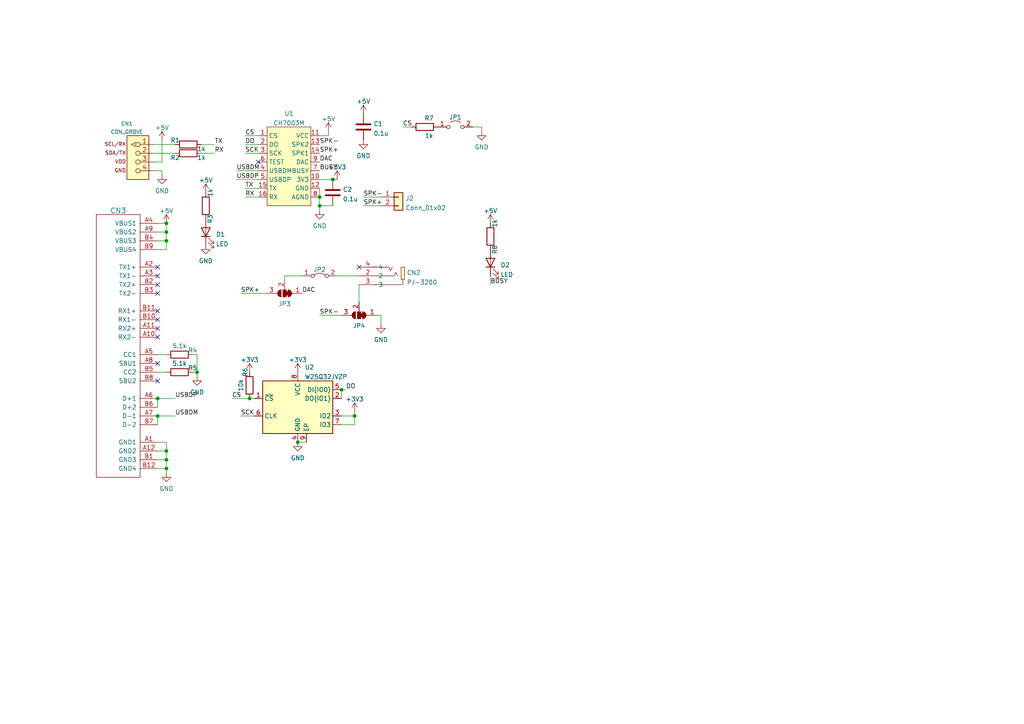
<source format=kicad_sch>
(kicad_sch (version 20211123) (generator eeschema)
  (paper "A4")
  (lib_symbols
    (symbol "Connector_Generic:Conn_01x02" (pin_names (offset 1.016) hide)
      (property "Reference" "J" (at 0 2.54 0))
      (property "Value" "Conn_01x02" (at 0 -5.08 0))
      (symbol "Conn_01x02_1_1"
        (rectangle (start -1.27 -2.413) (end 0 -2.667) (stroke (width 0.1524)))
        (rectangle (start -1.27 0.127) (end 0 -0.127) (stroke (width 0.1524)))
        (rectangle (start -1.27 1.27) (end 1.27 -3.81) (stroke (width 0.254)) (fill (type background)))
        (pin passive line (at -5.08 0 0) (length 3.81) (name "Pin_1") (number "1"))
        (pin passive line (at -5.08 -2.54 0) (length 3.81) (name "Pin_2") (number "2"))
      )
    )
    (symbol "Device:C" (pin_numbers hide) (pin_names (offset 0.254))
      (property "Reference" "C" (at 0.635 2.54 0))
      (property "Value" "C" (at 0.635 -2.54 0))
      (symbol "C_0_1"
        (polyline (pts (xy -2.032 -0.762) (xy 2.032 -0.762)) (stroke (width 0.508)))
        (polyline (pts (xy -2.032 0.762) (xy 2.032 0.762)) (stroke (width 0.508)))
      )
      (symbol "C_1_1"
        (pin passive line (at 0 3.81 270) (length 2.794) (name "~") (number "1"))
        (pin passive line (at 0 -3.81 90) (length 2.794) (name "~") (number "2"))
      )
    )
    (symbol "Device:LED" (pin_numbers hide) (pin_names (offset 1.016) hide)
      (property "Reference" "D" (at 0 2.54 0))
      (property "Value" "LED" (at 0 -2.54 0))
      (symbol "LED_0_1"
        (polyline (pts (xy -1.27 -1.27) (xy -1.27 1.27)) (stroke (width 0.254)))
        (polyline (pts (xy -1.27 0) (xy 1.27 0)))
        (polyline (pts (xy 1.27 -1.27) (xy 1.27 1.27) (xy -1.27 0) (xy 1.27 -1.27)) (stroke (width 0.254)))
        (polyline (pts (xy -3.048 -0.762) (xy -4.572 -2.286) (xy -3.81 -2.286) (xy -4.572 -2.286) (xy -4.572 -1.524)))
        (polyline (pts (xy -1.778 -0.762) (xy -3.302 -2.286) (xy -2.54 -2.286) (xy -3.302 -2.286) (xy -3.302 -1.524)))
      )
      (symbol "LED_1_1"
        (pin passive line (at -3.81 0 0) (length 2.54) (name "K") (number "1"))
        (pin passive line (at 3.81 0 180) (length 2.54) (name "A") (number "2"))
      )
    )
    (symbol "Device:R" (pin_numbers hide) (pin_names (offset 0))
      (property "Reference" "R" (at 2.032 0 90))
      (property "Value" "R" (at 0 0 90))
      (symbol "R_0_1"
        (rectangle (start -1.016 -2.54) (end 1.016 2.54) (stroke (width 0.254)))
      )
      (symbol "R_1_1"
        (pin passive line (at 0 3.81 270) (length 1.27) (name "~") (number "1"))
        (pin passive line (at 0 -3.81 90) (length 1.27) (name "~") (number "2"))
      )
    )
    (symbol "Jumper:Jumper_2_Bridged" (pin_names (offset 0) hide)
      (property "Reference" "JP" (at 0 1.905 0))
      (property "Value" "Jumper_2_Bridged" (at 0 -2.54 0))
      (symbol "Jumper_2_Bridged_0_0"
        (circle (center -2.032 0) (radius 0.508))
        (circle (center 2.032 0) (radius 0.508))
      )
      (symbol "Jumper_2_Bridged_0_1"
        (arc (start 1.524 0.254) (mid 0 0.762) (end -1.524 0.254))
      )
      (symbol "Jumper_2_Bridged_1_1"
        (pin passive line (at -5.08 0 0) (length 2.54) (name "A") (number "1"))
        (pin passive line (at 5.08 0 180) (length 2.54) (name "B") (number "2"))
      )
    )
    (symbol "Jumper:Jumper_2_Open" (pin_names (offset 0) hide)
      (property "Reference" "JP" (at 0 2.794 0))
      (property "Value" "Jumper_2_Open" (at 0 -2.286 0))
      (symbol "Jumper_2_Open_0_0"
        (circle (center -2.032 0) (radius 0.508))
        (circle (center 2.032 0) (radius 0.508))
      )
      (symbol "Jumper_2_Open_0_1"
        (arc (start 1.524 1.27) (mid 0 1.778) (end -1.524 1.27))
      )
      (symbol "Jumper_2_Open_1_1"
        (pin passive line (at -5.08 0 0) (length 2.54) (name "A") (number "1"))
        (pin passive line (at 5.08 0 180) (length 2.54) (name "B") (number "2"))
      )
    )
    (symbol "Jumper:SolderJumper_3_Bridged12" (pin_names (offset 0) hide)
      (property "Reference" "JP" (at -2.54 -2.54 0))
      (property "Value" "SolderJumper_3_Bridged12" (at 0 2.794 0))
      (symbol "SolderJumper_3_Bridged12_0_1"
        (rectangle (start -1.016 0.508) (end -0.508 -0.508) (fill (type outline)))
        (arc (start -1.016 1.016) (mid -2.032 0) (end -1.016 -1.016))
        (arc (start -1.016 1.016) (mid -2.032 0) (end -1.016 -1.016) (fill (type outline)))
        (rectangle (start -0.508 1.016) (end 0.508 -1.016) (fill (type outline)))
        (polyline (pts (xy -2.54 0) (xy -2.032 0)))
        (polyline (pts (xy -1.016 1.016) (xy -1.016 -1.016)))
        (polyline (pts (xy 0 -1.27) (xy 0 -1.016)))
        (polyline (pts (xy 1.016 1.016) (xy 1.016 -1.016)))
        (polyline (pts (xy 2.54 0) (xy 2.032 0)))
        (arc (start 1.016 -1.016) (mid 2.032 0) (end 1.016 1.016))
        (arc (start 1.016 -1.016) (mid 2.032 0) (end 1.016 1.016) (fill (type outline)))
      )
      (symbol "SolderJumper_3_Bridged12_1_1"
        (pin passive line (at -5.08 0 0) (length 2.54) (name "A") (number "1"))
        (pin input line (at 0 -3.81 90) (length 2.54) (name "C") (number "2"))
        (pin passive line (at 5.08 0 180) (length 2.54) (name "B") (number "3"))
      )
    )
    (symbol "Memory_Flash:W25Q32JVZP"
      (property "Reference" "U" (at -8.89 8.89 0))
      (property "Value" "W25Q32JVZP" (at 7.62 8.89 0))
      (symbol "W25Q32JVZP_0_1"
        (rectangle (start -10.16 7.62) (end 10.16 -7.62) (stroke (width 0.254)) (fill (type background)))
      )
      (symbol "W25Q32JVZP_1_1"
        (pin input line (at -12.7 2.54 0) (length 2.54) (name "~{CS}") (number "1"))
        (pin bidirectional line (at 12.7 2.54 180) (length 2.54) (name "DO(IO1)") (number "2"))
        (pin bidirectional line (at 12.7 -2.54 180) (length 2.54) (name "IO2") (number "3"))
        (pin power_in line (at 0 -10.16 90) (length 2.54) (name "GND") (number "4"))
        (pin bidirectional line (at 12.7 5.08 180) (length 2.54) (name "DI(IO0)") (number "5"))
        (pin input line (at -12.7 -2.54 0) (length 2.54) (name "CLK") (number "6"))
        (pin bidirectional line (at 12.7 -5.08 180) (length 2.54) (name "IO3") (number "7"))
        (pin power_in line (at 0 10.16 270) (length 2.54) (name "VCC") (number "8"))
        (pin passive line (at 2.54 -10.16 90) (length 2.54) (name "EP") (number "9"))
      )
    )
    (symbol "akita:CH7003M"
      (property "Reference" "U" (at 4.445 -12.7 0))
      (property "Value" "CH7003M" (at 0 12.7 0))
      (symbol "CH7003M_0_1"
        (rectangle (start -6.35 11.43) (end 6.35 -11.43) (stroke (width 0.1524)) (fill (type background)))
      )
      (symbol "CH7003M_1_1"
        (pin output line (at -8.89 8.89 0) (length 2.54) (name "CS") (number "1"))
        (pin power_out line (at 8.89 -3.81 180) (length 2.54) (name "3V3") (number "10"))
        (pin power_in line (at 8.89 8.89 180) (length 2.54) (name "VCC") (number "11"))
        (pin power_in line (at 8.89 -6.35 180) (length 2.54) (name "GND") (number "12"))
        (pin output line (at 8.89 6.35 180) (length 2.54) (name "SPK2") (number "13"))
        (pin output line (at 8.89 3.81 180) (length 2.54) (name "SPK1") (number "14"))
        (pin output line (at -8.89 -6.35 0) (length 2.54) (name "TX") (number "15"))
        (pin input line (at -8.89 -8.89 0) (length 2.54) (name "RX") (number "16"))
        (pin output line (at -8.89 6.35 0) (length 2.54) (name "DO") (number "2"))
        (pin output line (at -8.89 3.81 0) (length 2.54) (name "SCK") (number "3"))
        (pin input line (at -8.89 -1.27 0) (length 2.54) (name "USBDM") (number "4"))
        (pin input line (at -8.89 -3.81 0) (length 2.54) (name "USBDP") (number "5"))
        (pin input line (at -8.89 1.27 0) (length 2.54) (name "TEST") (number "6"))
        (pin output line (at 8.89 -1.27 180) (length 2.54) (name "BUSY") (number "7"))
        (pin power_in line (at 8.89 -8.89 180) (length 2.54) (name "AGND") (number "8"))
        (pin output line (at 8.89 1.27 180) (length 2.54) (name "DAC") (number "9"))
      )
    )
    (symbol "akita:CON_GROVE" (pin_names (offset 1.016))
      (property "Reference" "CN" (at 0 3.81 0))
      (property "Value" "CON_GROVE" (at 3.81 -5.08 90))
      (symbol "CON_GROVE_1_0"
        (text "GND" (at 5.334 -5.588 0) (effects (font (size 1.0668 1.0668)) (justify left bottom)))
        (text "SCL/RX" (at 5.334 2.032 0) (effects (font (size 1.0668 1.0668)) (justify left bottom)))
        (text "SDA/TX" (at 5.334 -0.508 0) (effects (font (size 1.0668 1.0668)) (justify left bottom)))
        (text "VDD" (at 5.334 -3.048 0) (effects (font (size 1.0668 1.0668)) (justify left bottom)))
        (pin bidirectional inverted_clock (at -2.54 2.54 0) (length 5.08) (name "1") (number "1"))
        (pin bidirectional inverted (at -2.54 0 0) (length 5.08) (name "2") (number "2"))
        (pin bidirectional inverted (at -2.54 -2.54 0) (length 5.08) (name "3") (number "3"))
        (pin bidirectional inverted (at -2.54 -5.08 0) (length 5.08) (name "4") (number "4"))
      )
      (symbol "CON_GROVE_1_1"
        (rectangle (start -1.27 5.08) (end 5.08 -7.62) (stroke (width 0.2032)) (fill (type background)))
      )
    )
    (symbol "akita:CON_USB-CPCBPLUG" (pin_names (offset 1.016))
      (property "Reference" "CN" (at -5.08 -40.64 0))
      (symbol "CON_USB-CPCBPLUG_1_0"
        (polyline (pts (xy -5.08 -38.1) (xy -5.08 38.1)) (fill (type background)))
        (polyline (pts (xy -5.08 38.1) (xy -2.54 38.1)))
        (polyline (pts (xy -2.54 38.1) (xy 7.62 38.1)))
        (polyline (pts (xy 7.62 -38.1) (xy -5.08 -38.1)))
        (polyline (pts (xy 7.62 38.1) (xy 7.62 -38.1)))
        (pin bidirectional line (at -10.16 -27.94 0) (length 5.08) (name "GND1") (number "A1"))
        (pin bidirectional line (at -10.16 2.54 0) (length 5.08) (name "RX2-") (number "A10"))
        (pin bidirectional line (at -10.16 5.08 0) (length 5.08) (name "RX2+") (number "A11"))
        (pin bidirectional line (at -10.16 -30.48 0) (length 5.08) (name "GND2") (number "A12"))
        (pin bidirectional line (at -10.16 22.86 0) (length 5.08) (name "TX1+") (number "A2"))
        (pin bidirectional line (at -10.16 20.32 0) (length 5.08) (name "TX1-") (number "A3"))
        (pin bidirectional line (at -10.16 35.56 0) (length 5.08) (name "VBUS1") (number "A4"))
        (pin bidirectional line (at -10.16 -2.54 0) (length 5.08) (name "CC1") (number "A5"))
        (pin bidirectional line (at -10.16 -15.24 0) (length 5.08) (name "D+1") (number "A6"))
        (pin bidirectional line (at -10.16 -20.32 0) (length 5.08) (name "D-1") (number "A7"))
        (pin bidirectional line (at -10.16 -5.08 0) (length 5.08) (name "SBU1") (number "A8"))
        (pin bidirectional line (at -10.16 33.02 0) (length 5.08) (name "VBUS2") (number "A9"))
        (pin bidirectional line (at -10.16 -33.02 0) (length 5.08) (name "GND3") (number "B1"))
        (pin bidirectional line (at -10.16 7.62 0) (length 5.08) (name "RX1-") (number "B10"))
        (pin bidirectional line (at -10.16 10.16 0) (length 5.08) (name "RX1+") (number "B11"))
        (pin bidirectional line (at -10.16 -35.56 0) (length 5.08) (name "GND4") (number "B12"))
        (pin bidirectional line (at -10.16 17.78 0) (length 5.08) (name "TX2+") (number "B2"))
        (pin bidirectional line (at -10.16 15.24 0) (length 5.08) (name "TX2-") (number "B3"))
        (pin bidirectional line (at -10.16 30.48 0) (length 5.08) (name "VBUS3") (number "B4"))
        (pin bidirectional line (at -10.16 -7.62 0) (length 5.08) (name "CC2") (number "B5"))
        (pin bidirectional line (at -10.16 -17.78 0) (length 5.08) (name "D+2") (number "B6"))
        (pin bidirectional line (at -10.16 -22.86 0) (length 5.08) (name "D-2") (number "B7"))
        (pin bidirectional line (at -10.16 -10.16 0) (length 5.08) (name "SBU2") (number "B8"))
        (pin bidirectional line (at -10.16 27.94 0) (length 5.08) (name "VBUS4") (number "B9"))
      )
    )
    (symbol "libLCSC:PJ-3200"
      (property "Reference" "CN" (at 0 7.62 0))
      (property "Value" "PJ-3200" (at 0 -7.62 0))
      (symbol "PJ-3200_0_1"
        (rectangle (start -5.59 1.02) (end -4.57 -2.54) (fill (type background)))
        (polyline (pts (xy 2.79 2.54) (xy -5.08 2.54) (xy -5.08 1.02)))
        (polyline (pts (xy 2.54 0) (xy -2.54 0) (xy -3.05 -1.02) (xy -3.56 0)))
        (polyline (pts (xy 3.81 -2.54) (xy -1.02 -2.54) (xy -1.52 -1.52) (xy -2.03 -2.54)))
        (pin unspecified line (at 7.62 0 180) (length 5.08) (name "2") (number "2"))
        (pin unspecified line (at 7.62 2.54 180) (length 5.08) (name "3") (number "3"))
        (pin unspecified line (at 7.62 -2.54 180) (length 5.08) (name "4") (number "4"))
      )
    )
    (symbol "power:+3V3" (power) (pin_names (offset 0))
      (property "Value" "+3V3" (at 0 3.556 0))
      (symbol "+3V3_0_1"
        (polyline (pts (xy -0.762 1.27) (xy 0 2.54)))
        (polyline (pts (xy 0 0) (xy 0 2.54)))
        (polyline (pts (xy 0 2.54) (xy 0.762 1.27)))
      )
      (symbol "+3V3_1_1"
        (pin power_in line (at 0 0 90) (length 0) hide (name "+3V3") (number "1"))
      )
    )
    (symbol "power:+5V" (power) (pin_names (offset 0))
      (property "Value" "+5V" (at 0 3.556 0))
      (symbol "+5V_0_1"
        (polyline (pts (xy -0.762 1.27) (xy 0 2.54)))
        (polyline (pts (xy 0 0) (xy 0 2.54)))
        (polyline (pts (xy 0 2.54) (xy 0.762 1.27)))
      )
      (symbol "+5V_1_1"
        (pin power_in line (at 0 0 90) (length 0) hide (name "+5V") (number "1"))
      )
    )
    (symbol "power:GND" (power) (pin_names (offset 0))
      (property "Value" "GND" (at 0 -3.81 0))
      (symbol "GND_0_1"
        (polyline (pts (xy 0 0) (xy 0 -1.27) (xy 1.27 -1.27) (xy 0 -2.54) (xy -1.27 -1.27) (xy 0 -1.27)))
      )
      (symbol "GND_1_1"
        (pin power_in line (at 0 0 270) (length 0) hide (name "GND") (number "1"))
      )
    )
  )
  (junction (at 86.36 128.27))
  (junction (at 102.87 120.65))
  (junction (at 48.26 64.77))
  (junction (at 99.06 113.03))
  (junction (at 92.71 57.15))
  (junction (at 45.72 115.57))
  (junction (at 92.71 59.69))
  (junction (at 48.26 67.31))
  (junction (at 48.26 135.89))
  (junction (at 48.26 130.81))
  (junction (at 48.26 133.35))
  (junction (at 96.52 52.07))
  (junction (at 72.39 115.57))
  (junction (at 45.72 120.65))
  (junction (at 57.15 107.95))
  (junction (at 48.26 69.85))
  (no_connect (at 45.72 105.41))
  (no_connect (at 74.93 46.99))
  (no_connect (at 104.14 77.47))
  (no_connect (at 45.72 97.79))
  (no_connect (at 45.72 95.25))
  (no_connect (at 45.72 92.71))
  (no_connect (at 45.72 77.47))
  (no_connect (at 45.72 85.09))
  (no_connect (at 45.72 90.17))
  (no_connect (at 45.72 110.49))
  (no_connect (at 45.72 82.55))
  (no_connect (at 45.72 80.01))
  (wire (pts (xy 44.45 41.91) (xy 50.8 41.91)))
  (wire (pts (xy 45.72 120.65) (xy 50.8 120.65)))
  (wire (pts (xy 102.87 123.19) (xy 102.87 120.65)))
  (wire (pts (xy 44.45 46.99) (xy 46.99 46.99)))
  (wire (pts (xy 99.06 113.03) (xy 99.06 115.57)))
  (wire (pts (xy 45.72 120.65) (xy 45.72 123.19)))
  (wire (pts (xy 48.26 128.27) (xy 48.26 130.81)))
  (wire (pts (xy 92.71 57.15) (xy 92.71 59.69)))
  (wire (pts (xy 99.06 120.65) (xy 102.87 120.65)))
  (wire (pts (xy 45.72 115.57) (xy 45.72 118.11)))
  (wire (pts (xy 48.26 64.77) (xy 48.26 67.31)))
  (wire (pts (xy 86.36 128.27) (xy 88.9 128.27)))
  (wire (pts (xy 72.39 115.57) (xy 73.66 115.57)))
  (wire (pts (xy 82.55 80.01) (xy 82.55 81.28)))
  (wire (pts (xy 71.12 57.15) (xy 74.93 57.15)))
  (wire (pts (xy 45.72 133.35) (xy 48.26 133.35)))
  (wire (pts (xy 95.25 39.37) (xy 95.25 38.1)))
  (wire (pts (xy 71.12 44.45) (xy 74.93 44.45)))
  (wire (pts (xy 45.72 107.95) (xy 48.26 107.95)))
  (wire (pts (xy 45.72 135.89) (xy 48.26 135.89)))
  (wire (pts (xy 46.99 49.53) (xy 46.99 50.8)))
  (wire (pts (xy 45.72 69.85) (xy 48.26 69.85)))
  (wire (pts (xy 44.45 44.45) (xy 50.8 44.45)))
  (wire (pts (xy 142.24 80.01) (xy 142.24 82.55)))
  (wire (pts (xy 68.58 49.53) (xy 74.93 49.53)))
  (wire (pts (xy 45.72 64.77) (xy 48.26 64.77)))
  (wire (pts (xy 87.63 80.01) (xy 82.55 80.01)))
  (wire (pts (xy 92.71 39.37) (xy 95.25 39.37)))
  (wire (pts (xy 92.71 59.69) (xy 92.71 60.96)))
  (wire (pts (xy 102.87 120.65) (xy 102.87 119.38)))
  (wire (pts (xy 48.26 133.35) (xy 48.26 135.89)))
  (wire (pts (xy 71.12 54.61) (xy 74.93 54.61)))
  (wire (pts (xy 92.71 59.69) (xy 96.52 59.69)))
  (wire (pts (xy 109.22 91.44) (xy 110.49 91.44)))
  (wire (pts (xy 69.85 120.65) (xy 73.66 120.65)))
  (wire (pts (xy 48.26 130.81) (xy 48.26 133.35)))
  (wire (pts (xy 46.99 46.99) (xy 46.99 40.64)))
  (wire (pts (xy 92.71 52.07) (xy 96.52 52.07)))
  (wire (pts (xy 69.85 85.09) (xy 77.47 85.09)))
  (wire (pts (xy 57.15 107.95) (xy 57.15 109.22)))
  (wire (pts (xy 71.12 39.37) (xy 74.93 39.37)))
  (wire (pts (xy 67.31 115.57) (xy 72.39 115.57)))
  (wire (pts (xy 137.16 36.83) (xy 139.7 36.83)))
  (wire (pts (xy 105.41 59.69) (xy 110.49 59.69)))
  (wire (pts (xy 116.84 36.83) (xy 119.38 36.83)))
  (wire (pts (xy 57.15 102.87) (xy 57.15 107.95)))
  (wire (pts (xy 45.72 128.27) (xy 48.26 128.27)))
  (wire (pts (xy 45.72 67.31) (xy 48.26 67.31)))
  (wire (pts (xy 55.88 107.95) (xy 57.15 107.95)))
  (wire (pts (xy 58.42 44.45) (xy 62.23 44.45)))
  (wire (pts (xy 45.72 72.39) (xy 48.26 72.39)))
  (wire (pts (xy 44.45 49.53) (xy 46.99 49.53)))
  (wire (pts (xy 96.52 52.07) (xy 97.79 52.07)))
  (wire (pts (xy 110.49 91.44) (xy 110.49 93.98)))
  (wire (pts (xy 45.72 130.81) (xy 48.26 130.81)))
  (wire (pts (xy 68.58 52.07) (xy 74.93 52.07)))
  (wire (pts (xy 99.06 113.03) (xy 100.33 113.03)))
  (wire (pts (xy 48.26 69.85) (xy 48.26 72.39)))
  (wire (pts (xy 45.72 102.87) (xy 48.26 102.87)))
  (wire (pts (xy 105.41 57.15) (xy 110.49 57.15)))
  (wire (pts (xy 97.79 80.01) (xy 104.14 80.01)))
  (wire (pts (xy 48.26 67.31) (xy 48.26 69.85)))
  (wire (pts (xy 58.42 41.91) (xy 62.23 41.91)))
  (wire (pts (xy 45.72 115.57) (xy 50.8 115.57)))
  (wire (pts (xy 48.26 135.89) (xy 48.26 137.16)))
  (wire (pts (xy 71.12 41.91) (xy 74.93 41.91)))
  (wire (pts (xy 55.88 102.87) (xy 57.15 102.87)))
  (wire (pts (xy 99.06 123.19) (xy 102.87 123.19)))
  (wire (pts (xy 92.71 54.61) (xy 92.71 57.15)))
  (wire (pts (xy 139.7 36.83) (xy 139.7 38.1)))
  (wire (pts (xy 104.14 82.55) (xy 104.14 87.63)))
  (wire (pts (xy 92.71 91.44) (xy 99.06 91.44)))
  (label "SPK-" (at 92.71 41.91 0))
  (label "SPK-" (at 105.41 57.15 0))
  (label "SPK+" (at 105.41 59.69 0))
  (label "USBDP" (at 50.8 115.57 0))
  (label "DO" (at 100.33 113.03 0))
  (label "SCK" (at 71.12 44.45 0))
  (label "SPK+" (at 92.71 44.45 0))
  (label "CS" (at 67.31 115.57 0))
  (label "BUSY" (at 92.71 49.53 0))
  (label "SPK+" (at 69.85 85.09 0))
  (label "USBDM" (at 68.58 49.53 0))
  (label "TX" (at 62.23 41.91 0))
  (label "SPK-" (at 92.71 91.44 0))
  (label "CS" (at 71.12 39.37 0))
  (label "USBDP" (at 68.58 52.07 0))
  (label "CS" (at 116.84 36.83 0))
  (label "USBDM" (at 50.8 120.65 0))
  (label "SCK" (at 69.85 120.65 0))
  (label "BUSY" (at 142.24 82.55 0))
  (label "DAC" (at 87.63 85.09 0))
  (label "TX" (at 71.12 54.61 0))
  (label "RX" (at 62.23 44.45 0))
  (label "DO" (at 71.12 41.91 0))
  (label "DAC" (at 92.71 46.99 0))
  (label "RX" (at 71.12 57.15 0))
  (symbol (lib_id "power:+5V") (at 48.26 64.77 0) (unit 1)
    (property "Reference" "#PWR010" (effects hide))
    (property "Value" "+5V" (at 48.26 61.1655 0))
  )
  (symbol (lib_id "power:GND") (at 105.41 40.64 0) (unit 1)
    (property "Reference" "#PWR08" (effects hide))
    (property "Value" "GND" (at 105.41 45.2025 0))
  )
  (symbol (lib_id "Device:R") (at 52.07 102.87 270) (unit 1)
    (property "Reference" "R4" (at 55.88 101.6 90))
    (property "Value" "5.1k" (at 52.07 100.33 90))
    (property "Footprint" "Resistor_SMD:R_0603_1608Metric" (effects hide))
  )
  (symbol (lib_id "Device:R") (at 54.61 44.45 90) (unit 1)
    (property "Reference" "R2" (at 50.8 45.72 90))
    (property "Value" "1k" (at 58.42 45.72 90))
    (property "Footprint" "Resistor_SMD:R_0603_1608Metric" (effects hide))
  )
  (symbol (lib_id "power:+3V3") (at 102.87 119.38 0) (unit 1)
    (property "Reference" "#PWR0104" (effects hide))
    (property "Value" "+3V3" (at 102.87 115.7755 0))
  )
  (symbol (lib_id "Device:R") (at 123.19 36.83 270) (unit 1)
    (property "Reference" "R7" (at 124.46 34.29 90))
    (property "Value" "1k" (at 124.46 39.37 90))
    (property "Footprint" "Resistor_SMD:R_0603_1608Metric" (effects hide))
  )
  (symbol (lib_id "power:GND") (at 110.49 93.98 0) (unit 1)
    (property "Reference" "#PWR05" (effects hide))
    (property "Value" "GND" (at 110.49 98.5425 0))
  )
  (symbol (lib_id "Device:R") (at 72.39 111.76 0) (unit 1)
    (property "Reference" "R6" (at 71.12 107.95 90))
    (property "Value" "10k" (at 69.85 111.76 90))
    (property "Footprint" "Resistor_SMD:R_0603_1608Metric" (effects hide))
  )
  (symbol (lib_id "Device:R") (at 52.07 107.95 270) (unit 1)
    (property "Reference" "R5" (at 55.88 106.68 90))
    (property "Value" "5.1k" (at 52.07 105.41 90))
    (property "Footprint" "Resistor_SMD:R_0603_1608Metric" (effects hide))
  )
  (symbol (lib_id "akita:CON_GROVE") (at 41.91 44.45 0) (mirror y) (unit 1)
    (property "Reference" "CN1" (at 36.7887 35.8806 0) (effects (font (size 1.0668 1.0668))))
    (property "Value" "CON_GROVE" (at 36.7887 38.2523 0) (effects (font (size 1.0668 1.0668))))
    (property "Footprint" "akita:CON_GROVE_H" (effects hide))
  )
  (symbol (lib_id "Device:R") (at 142.24 68.58 180) (unit 1)
    (property "Reference" "R8" (at 143.51 72.39 90))
    (property "Value" "1k" (at 143.51 64.77 90))
    (property "Footprint" "Resistor_SMD:R_0603_1608Metric" (effects hide))
  )
  (symbol (lib_id "power:GND") (at 86.36 128.27 0) (unit 1)
    (property "Reference" "#PWR0103" (effects hide))
    (property "Value" "GND" (at 86.36 132.8325 0))
  )
  (symbol (lib_id "Jumper:Jumper_2_Open") (at 132.08 36.83 0) (unit 1)
    (property "Reference" "JP1" (at 132.08 33.9875 0))
    (property "Value" "Jumper_2_Open" (effects hide))
    (property "Footprint" "Jumper:SolderJumper-2_P1.3mm_Open_Pad1.0x1.5mm" (effects hide))
  )
  (symbol (lib_id "power:+3V3") (at 72.39 107.95 0) (unit 1)
    (property "Reference" "#PWR0102" (effects hide))
    (property "Value" "+3V3" (at 72.39 104.3455 0))
  )
  (symbol (lib_id "Device:C") (at 96.52 55.88 0) (unit 1)
    (property "Reference" "C2" (at 99.441 54.9715 0) (effects (justify left)))
    (property "Value" "0.1u" (at 99.441 57.7466 0) (effects (justify left)))
    (property "Footprint" "Capacitor_SMD:C_0603_1608Metric" (effects hide))
  )
  (symbol (lib_id "power:GND") (at 92.71 60.96 0) (unit 1)
    (property "Reference" "#PWR09" (effects hide))
    (property "Value" "GND" (at 92.71 65.5225 0))
  )
  (symbol (lib_id "power:GND") (at 48.26 137.16 0) (unit 1)
    (property "Reference" "#PWR012" (effects hide))
    (property "Value" "GND" (at 48.26 141.7225 0))
  )
  (symbol (lib_id "power:+5V") (at 46.99 40.64 0) (unit 1)
    (property "Reference" "#PWR01" (effects hide))
    (property "Value" "+5V" (at 46.99 37.0355 0))
  )
  (symbol (lib_id "power:+5V") (at 59.69 55.88 0) (unit 1)
    (property "Reference" "#PWR06" (effects hide))
    (property "Value" "+5V" (at 59.69 52.2755 0))
  )
  (symbol (lib_id "power:GND") (at 57.15 109.22 0) (unit 1)
    (property "Reference" "#PWR011" (effects hide))
    (property "Value" "GND" (at 57.15 113.7825 0))
  )
  (symbol (lib_id "Device:R") (at 59.69 59.69 180) (unit 1)
    (property "Reference" "R3" (at 60.96 63.5 90))
    (property "Value" "1k" (at 60.96 55.88 90))
    (property "Footprint" "Resistor_SMD:R_0603_1608Metric" (effects hide))
  )
  (symbol (lib_id "power:GND") (at 139.7 38.1 0) (unit 1)
    (property "Reference" "#PWR013" (effects hide))
    (property "Value" "GND" (at 139.7 42.6625 0))
  )
  (symbol (lib_id "libLCSC:PJ-3200") (at 111.76 80.01 180) (unit 1)
    (property "Reference" "CN2" (at 117.985 79.1015 0) (effects (justify right)))
    (property "Value" "PJ-3200" (at 117.985 81.8766 0) (effects (justify right)))
    (property "Footprint" "libLCSC:AUDIO-TH_PJ-3200" (effects hide))
    (property "LCSC Part" "C2689690" (effects hide))
  )
  (symbol (lib_id "power:GND") (at 59.69 71.12 0) (unit 1)
    (property "Reference" "#PWR07" (effects hide))
    (property "Value" "GND" (at 59.69 75.6825 0))
  )
  (symbol (lib_id "power:+5V") (at 95.25 38.1 0) (unit 1)
    (property "Reference" "#PWR04" (effects hide))
    (property "Value" "+5V" (at 95.25 34.4955 0))
  )
  (symbol (lib_id "Device:C") (at 105.41 36.83 0) (unit 1)
    (property "Reference" "C1" (at 108.331 35.9215 0) (effects (justify left)))
    (property "Value" "0.1u" (at 108.331 38.6966 0) (effects (justify left)))
    (property "Footprint" "Capacitor_SMD:C_0603_1608Metric" (effects hide))
  )
  (symbol (lib_id "Jumper:SolderJumper_3_Bridged12") (at 104.14 91.44 180) (unit 1)
    (property "Reference" "JP4" (at 104.14 94.4785 0))
    (property "Value" "SolderJumper_3_Bridged12" (effects hide))
    (property "Footprint" "Jumper:SolderJumper-3_P1.3mm_Bridged12_Pad1.0x1.5mm" (effects hide))
  )
  (symbol (lib_id "Device:LED") (at 142.24 76.2 90) (unit 1)
    (property "Reference" "D2" (at 145.161 76.879 90) (effects (justify right)))
    (property "Value" "LED" (at 145.161 79.6541 90) (effects (justify right)))
    (property "Footprint" "LED_SMD:LED_0603_1608Metric" (effects hide))
  )
  (symbol (lib_id "Jumper:SolderJumper_3_Bridged12") (at 82.55 85.09 180) (unit 1)
    (property "Reference" "JP3" (at 82.55 88.1285 0))
    (property "Value" "SolderJumper_3_Bridged12" (effects hide))
    (property "Footprint" "Jumper:SolderJumper-3_P1.3mm_Bridged12_Pad1.0x1.5mm" (effects hide))
  )
  (symbol (lib_id "power:+3V3") (at 97.79 52.07 0) (unit 1)
    (property "Reference" "#PWR0101" (effects hide))
    (property "Value" "+3V3" (at 97.79 48.4655 0))
  )
  (symbol (lib_id "Memory_Flash:W25Q32JVZP") (at 86.36 118.11 0) (unit 1)
    (property "Reference" "U2" (at 88.3794 106.5235 0) (effects (justify left)))
    (property "Value" "W25Q32JVZP" (at 88.3794 109.2986 0) (effects (justify left)))
    (property "Footprint" "Package_SON:WSON-8-1EP_6x5mm_P1.27mm_EP3.4x4.3mm" (effects hide))
    (property "Datasheet" "http://www.winbond.com/resource-files/w25q32jv%20revg%2003272018%20plus.pdf" (effects hide))
  )
  (symbol (lib_id "akita:CON_USB-CPCBPLUG") (at 35.56 100.33 0) (mirror y) (unit 1)
    (property "Reference" "CN3" (at 34.29 61.1112 0) (effects (font (size 1.4986 1.4986))))
    (property "Value" "CON_USB-CPCBPLUG" (effects hide))
    (property "Footprint" "akita:USB-C_PCBPLUG" (effects hide))
  )
  (symbol (lib_id "power:+5V") (at 142.24 64.77 0) (unit 1)
    (property "Reference" "#PWR014" (effects hide))
    (property "Value" "+5V" (at 142.24 61.1655 0))
  )
  (symbol (lib_id "Device:LED") (at 59.69 67.31 90) (unit 1)
    (property "Reference" "D1" (at 62.611 67.989 90) (effects (justify right)))
    (property "Value" "LED" (at 62.611 70.7641 90) (effects (justify right)))
    (property "Footprint" "LED_SMD:LED_0603_1608Metric" (effects hide))
  )
  (symbol (lib_id "power:+5V") (at 105.41 33.02 0) (unit 1)
    (property "Reference" "#PWR02" (effects hide))
    (property "Value" "+5V" (at 105.41 29.4155 0))
  )
  (symbol (lib_id "Device:R") (at 54.61 41.91 90) (unit 1)
    (property "Reference" "R1" (at 50.8 40.64 90))
    (property "Value" "1k" (at 58.42 43.18 90))
    (property "Footprint" "Resistor_SMD:R_0603_1608Metric" (effects hide))
  )
  (symbol (lib_id "power:+3V3") (at 86.36 107.95 0) (unit 1)
    (property "Reference" "#PWR0105" (effects hide))
    (property "Value" "+3V3" (at 86.36 104.3455 0))
  )
  (symbol (lib_id "Jumper:Jumper_2_Bridged") (at 92.71 80.01 0) (unit 1)
    (property "Reference" "JP2" (at 92.71 78.1835 0))
    (property "Value" "Jumper_2_Bridged" (effects hide))
    (property "Footprint" "Jumper:SolderJumper-2_P1.3mm_Bridged_Pad1.0x1.5mm" (effects hide))
  )
  (symbol (lib_id "Connector_Generic:Conn_01x02") (at 115.57 57.15 0) (unit 1)
    (property "Reference" "J2" (at 117.602 57.5115 0) (effects (justify left)))
    (property "Value" "Conn_01x02" (at 117.602 60.2866 0) (effects (justify left)))
    (property "Footprint" "Connector_Molex:Molex_PicoBlade_53047-0210_1x02_P1.25mm_Vertical" (effects hide))
  )
  (symbol (lib_id "akita:CH7003M") (at 83.82 48.26 0) (unit 1)
    (property "Reference" "U1" (at 83.82 32.9143 0))
    (property "Value" "CH7003M" (at 83.82 35.6894 0))
    (property "Footprint" "Package_SO:SOP-16_4.4x10.4mm_P1.27mm" (effects hide))
  )
  (symbol (lib_id "power:GND") (at 46.99 50.8 0) (unit 1)
    (property "Reference" "#PWR03" (effects hide))
    (property "Value" "GND" (at 46.99 55.3625 0))
  )
)
</source>
